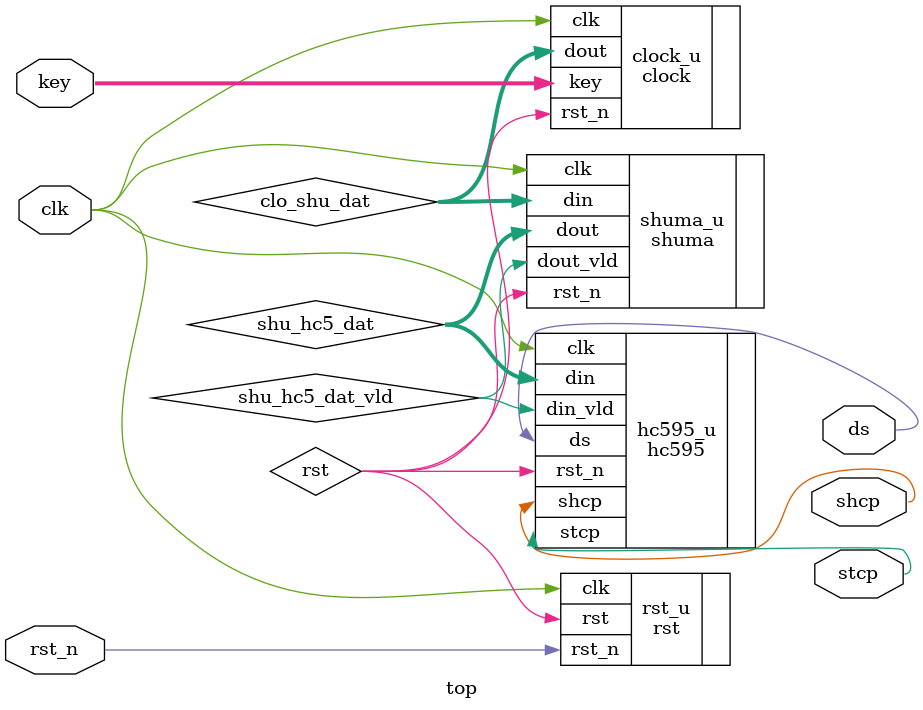
<source format=v>
`timescale 1ns/1ns
/*Ä£¿éËµÃ÷
Ê±ÖÓ¶¥²ã
*/
module top (
    //global clock
    input       clk,
    input       rst_n,

    //user interface
    input [3:0] key,
    output      shcp,
    output      stcp,
    output      ds

);
wire rst;
wire shu_hc5_dat_vld;
wire [31:0] clo_shu_dat;
wire [15:0] shu_hc5_dat;
//---------------------------------------------------------------------
rst rst_u(
    //global clock
    . clk(clk),
    . rst_n(rst_n),

    //user interface
    . rst(rst)
);
clock clock_u(
    //global clock
    . clk(clk),
    . rst_n(rst),

    //user interface
    . key(key),

    . dout(clo_shu_dat)
);

shuma shuma_u(
    //global clock
    . clk(clk),
    . rst_n(rst),

    //user interface
    . din(clo_shu_dat),

    . dout(shu_hc5_dat),
    . dout_vld(shu_hc5_dat_vld)
);

hc595 hc595_u(
    //global clock
    . clk(clk),
    . rst_n(rst),

    //user interface
    . din(shu_hc5_dat),
    . din_vld(shu_hc5_dat_vld),
    . shcp(shcp),
    . stcp(stcp),
    . ds(ds)
);

    
endmodule
</source>
